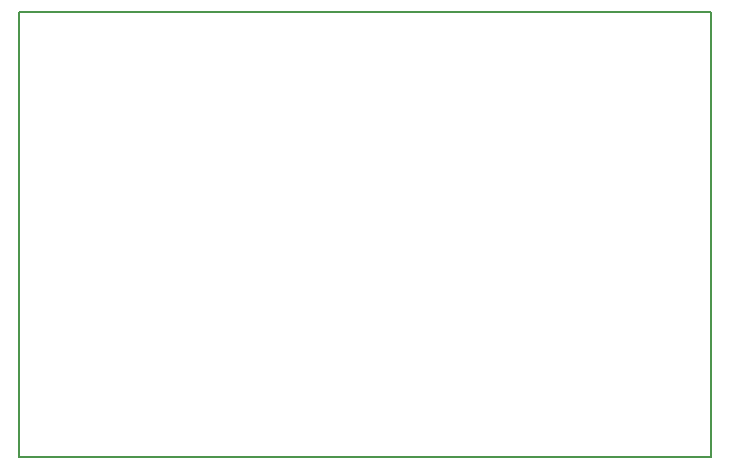
<source format=gbo>
G04 MADE WITH FRITZING*
G04 WWW.FRITZING.ORG*
G04 DOUBLE SIDED*
G04 HOLES PLATED*
G04 CONTOUR ON CENTER OF CONTOUR VECTOR*
%ASAXBY*%
%FSLAX23Y23*%
%MOIN*%
%OFA0B0*%
%SFA1.0B1.0*%
%ADD10R,2.316260X1.490420X2.300260X1.474420*%
%ADD11C,0.008000*%
%LNSILK0*%
G90*
G70*
G54D11*
X4Y1486D02*
X2312Y1486D01*
X2312Y4D01*
X4Y4D01*
X4Y1486D01*
D02*
G04 End of Silk0*
M02*
</source>
